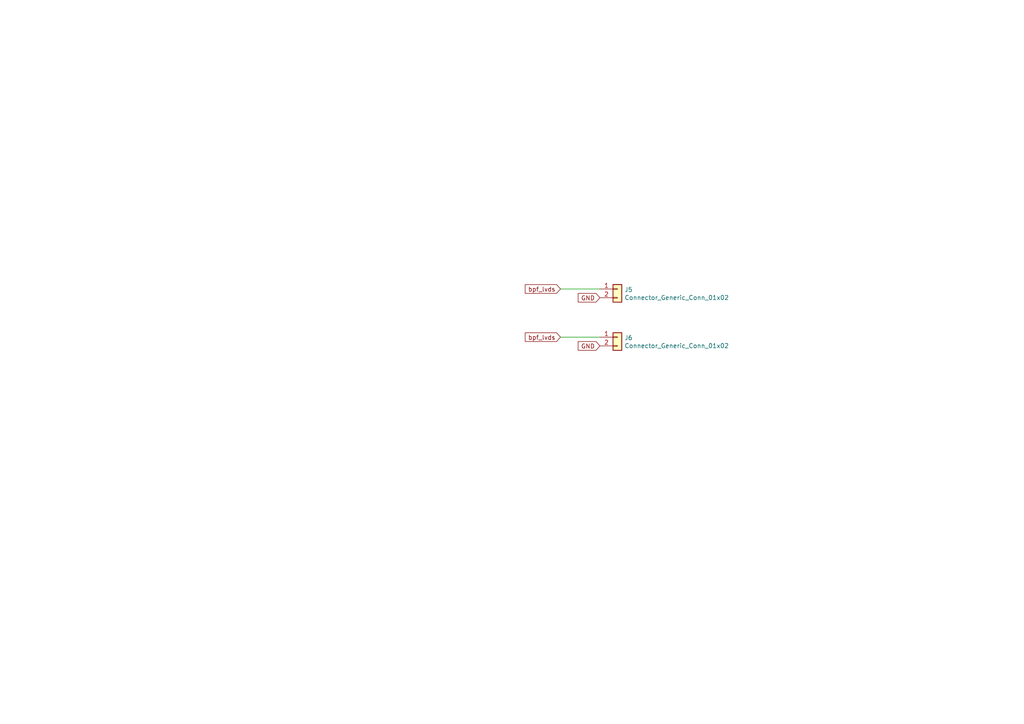
<source format=kicad_sch>
(kicad_sch (version 20211123) (generator eeschema)
  (paper "A4")
  (lib_symbols
    (symbol "bgt:Connector_Generic_Conn_01x02" (pin_names (offset 1.016) hide)
      (property "Reference" "J" (at 0 2.54 0))
      (property "Value" "bgt_Connector_Generic_Conn_01x02" (at 0 -5.08 0))
      (symbol "Connector_Generic_Conn_01x02_1_1"
        (rectangle (start -1.27 -2.413) (end 0 -2.667) (stroke (width 0.1524)))
        (rectangle (start -1.27 0.127) (end 0 -0.127) (stroke (width 0.1524)))
        (rectangle (start -1.27 1.27) (end 1.27 -3.81) (stroke (width 0.254)) (fill (type background)))
        (pin passive line (at -5.08 0 0) (length 3.81) (name "Pin_1") (number "1"))
        (pin passive line (at -5.08 -2.54 0) (length 3.81) (name "Pin_2") (number "2"))
      )
    )
  )
  (wire (pts (xy 162.56 97.79) (xy 173.99 97.79)))
  (wire (pts (xy 162.56 83.82) (xy 173.99 83.82)))
  (global_label "bpf_lvds" (shape input) (at 162.56 83.82 180) (property "Intersheet References" "${INTERSHEET_REFS}" (effects hide)))
  (global_label "GND" (shape input) (at 173.99 100.33 180) (property "Intersheet References" "${INTERSHEET_REFS}" (effects hide)))
  (global_label "GND" (shape input) (at 173.99 86.36 180) (property "Intersheet References" "${INTERSHEET_REFS}" (effects hide)))
  (global_label "bpf_lvds" (shape input) (at 162.56 97.79 180) (property "Intersheet References" "${INTERSHEET_REFS}" (effects hide)))
  (symbol (lib_id "bgt:Connector_Generic_Conn_01x02") (at 179.07 83.82 0) (unit 1)
    (property "Reference" "J5" (at 181.102 84.0232 0) (effects (justify left)))
    (property "Value" "Connector_Generic_Conn_01x02" (at 181.102 86.3346 0) (effects (justify left)))
    (property "Footprint" "Connector_PinHeader_2.54mm:PinHeader_1x02_P2.54mm_Vertical" (effects hide))
  )
  (symbol (lib_id "bgt:Connector_Generic_Conn_01x02") (at 179.07 97.79 0) (unit 1)
    (property "Reference" "J6" (at 181.102 97.9932 0) (effects (justify left)))
    (property "Value" "Connector_Generic_Conn_01x02" (at 181.102 100.3046 0) (effects (justify left)))
    (property "Footprint" "Connector_PinHeader_2.54mm:PinHeader_1x02_P2.54mm_Vertical" (effects hide))
  )
)
</source>
